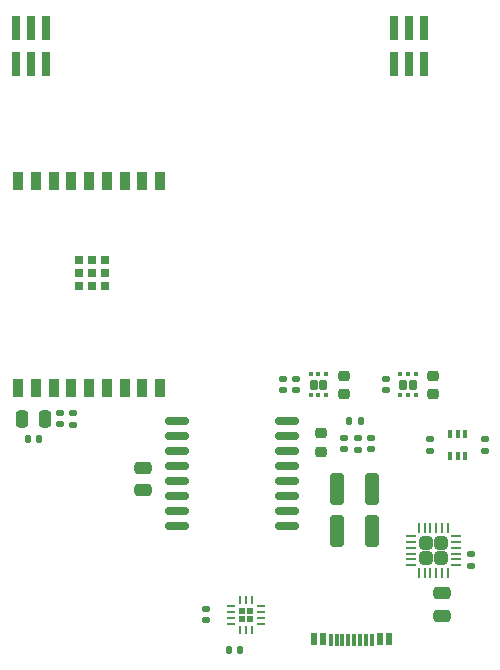
<source format=gbr>
%TF.GenerationSoftware,KiCad,Pcbnew,7.0.10*%
%TF.CreationDate,2024-03-09T07:06:28+08:00*%
%TF.ProjectId,ESP32Sensor-Sensor_board,45535033-3253-4656-9e73-6f722d53656e,rev?*%
%TF.SameCoordinates,Original*%
%TF.FileFunction,Paste,Top*%
%TF.FilePolarity,Positive*%
%FSLAX46Y46*%
G04 Gerber Fmt 4.6, Leading zero omitted, Abs format (unit mm)*
G04 Created by KiCad (PCBNEW 7.0.10) date 2024-03-09 07:06:28*
%MOMM*%
%LPD*%
G01*
G04 APERTURE LIST*
G04 Aperture macros list*
%AMRoundRect*
0 Rectangle with rounded corners*
0 $1 Rounding radius*
0 $2 $3 $4 $5 $6 $7 $8 $9 X,Y pos of 4 corners*
0 Add a 4 corners polygon primitive as box body*
4,1,4,$2,$3,$4,$5,$6,$7,$8,$9,$2,$3,0*
0 Add four circle primitives for the rounded corners*
1,1,$1+$1,$2,$3*
1,1,$1+$1,$4,$5*
1,1,$1+$1,$6,$7*
1,1,$1+$1,$8,$9*
0 Add four rect primitives between the rounded corners*
20,1,$1+$1,$2,$3,$4,$5,0*
20,1,$1+$1,$4,$5,$6,$7,0*
20,1,$1+$1,$6,$7,$8,$9,0*
20,1,$1+$1,$8,$9,$2,$3,0*%
G04 Aperture macros list end*
%ADD10R,0.300000X1.140000*%
%ADD11R,0.600000X1.080000*%
%ADD12RoundRect,0.147500X0.172500X-0.147500X0.172500X0.147500X-0.172500X0.147500X-0.172500X-0.147500X0*%
%ADD13RoundRect,0.250000X-0.250000X-0.475000X0.250000X-0.475000X0.250000X0.475000X-0.250000X0.475000X0*%
%ADD14RoundRect,0.250000X0.475000X-0.250000X0.475000X0.250000X-0.475000X0.250000X-0.475000X-0.250000X0*%
%ADD15RoundRect,0.135000X-0.185000X0.135000X-0.185000X-0.135000X0.185000X-0.135000X0.185000X0.135000X0*%
%ADD16R,0.400000X0.650000*%
%ADD17RoundRect,0.172500X-0.172500X0.262500X-0.172500X-0.262500X0.172500X-0.262500X0.172500X0.262500X0*%
%ADD18RoundRect,0.093750X-0.106250X0.093750X-0.106250X-0.093750X0.106250X-0.093750X0.106250X0.093750X0*%
%ADD19RoundRect,0.135000X0.185000X-0.135000X0.185000X0.135000X-0.185000X0.135000X-0.185000X-0.135000X0*%
%ADD20RoundRect,0.135000X-0.135000X-0.185000X0.135000X-0.185000X0.135000X0.185000X-0.135000X0.185000X0*%
%ADD21RoundRect,0.140000X0.170000X-0.140000X0.170000X0.140000X-0.170000X0.140000X-0.170000X-0.140000X0*%
%ADD22RoundRect,0.145000X0.145000X-0.145000X0.145000X0.145000X-0.145000X0.145000X-0.145000X-0.145000X0*%
%ADD23RoundRect,0.062500X0.062500X-0.275000X0.062500X0.275000X-0.062500X0.275000X-0.062500X-0.275000X0*%
%ADD24RoundRect,0.062500X0.275000X-0.062500X0.275000X0.062500X-0.275000X0.062500X-0.275000X-0.062500X0*%
%ADD25RoundRect,0.225000X-0.250000X0.225000X-0.250000X-0.225000X0.250000X-0.225000X0.250000X0.225000X0*%
%ADD26RoundRect,0.140000X-0.140000X-0.170000X0.140000X-0.170000X0.140000X0.170000X-0.140000X0.170000X0*%
%ADD27RoundRect,0.250000X0.315000X-0.315000X0.315000X0.315000X-0.315000X0.315000X-0.315000X-0.315000X0*%
%ADD28RoundRect,0.062500X0.062500X-0.350000X0.062500X0.350000X-0.062500X0.350000X-0.062500X-0.350000X0*%
%ADD29RoundRect,0.062500X0.350000X-0.062500X0.350000X0.062500X-0.350000X0.062500X-0.350000X-0.062500X0*%
%ADD30RoundRect,0.150000X-0.875000X-0.150000X0.875000X-0.150000X0.875000X0.150000X-0.875000X0.150000X0*%
%ADD31RoundRect,0.250000X-0.325000X-1.100000X0.325000X-1.100000X0.325000X1.100000X-0.325000X1.100000X0*%
%ADD32R,0.900000X1.500000*%
%ADD33R,0.700000X0.700000*%
%ADD34R,0.760000X2.030000*%
G04 APERTURE END LIST*
D10*
%TO.C,J3*%
X160350000Y-127590000D03*
X161350000Y-127590000D03*
X162850000Y-127590000D03*
X163850000Y-127590000D03*
D11*
X164500000Y-127560000D03*
X165300000Y-127560000D03*
D10*
X163350000Y-127590000D03*
X162350000Y-127590000D03*
X161850000Y-127590000D03*
X160850000Y-127590000D03*
D11*
X159700000Y-127560000D03*
X158900000Y-127560000D03*
%TD*%
D12*
%TO.C,FB1*%
X156300000Y-106485000D03*
X156300000Y-105515000D03*
%TD*%
D13*
%TO.C,C18*%
X134250000Y-108900000D03*
X136150000Y-108900000D03*
%TD*%
D14*
%TO.C,C1*%
X169800000Y-125550000D03*
X169800000Y-123650000D03*
%TD*%
D15*
%TO.C,R1*%
X172200000Y-120300000D03*
X172200000Y-121320000D03*
%TD*%
D16*
%TO.C,U10*%
X171750000Y-110150000D03*
X171100000Y-110150000D03*
X170450000Y-110150000D03*
X170450000Y-112050000D03*
X171100000Y-112050000D03*
X171750000Y-112050000D03*
%TD*%
D17*
%TO.C,U14*%
X159700000Y-106012500D03*
X158900000Y-106012500D03*
D18*
X159950000Y-105125000D03*
X159300000Y-105125000D03*
X158650000Y-105125000D03*
X158650000Y-106900000D03*
X159300000Y-106900000D03*
X159950000Y-106900000D03*
%TD*%
D19*
%TO.C,R18*%
X168800000Y-111610000D03*
X168800000Y-110590000D03*
%TD*%
D17*
%TO.C,U11*%
X167300000Y-106012500D03*
X166500000Y-106012500D03*
D18*
X167550000Y-105125000D03*
X166900000Y-105125000D03*
X166250000Y-105125000D03*
X166250000Y-106900000D03*
X166900000Y-106900000D03*
X167550000Y-106900000D03*
%TD*%
D20*
%TO.C,R22*%
X161890000Y-109100000D03*
X162910000Y-109100000D03*
%TD*%
D21*
%TO.C,C29*%
X157400000Y-106492500D03*
X157400000Y-105532500D03*
%TD*%
D22*
%TO.C,U8*%
X153560000Y-125140000D03*
X153560000Y-125860000D03*
X152840000Y-125860000D03*
X152840000Y-125140000D03*
D23*
X152700000Y-126762500D03*
X153200000Y-126762500D03*
X153700000Y-126762500D03*
D24*
X154462500Y-126250000D03*
X154462500Y-125750000D03*
X154462500Y-125250000D03*
X154462500Y-124750000D03*
D23*
X153700000Y-124237500D03*
X153200000Y-124237500D03*
X152700000Y-124237500D03*
D24*
X151937500Y-124750000D03*
X151937500Y-125250000D03*
X151937500Y-125750000D03*
X151937500Y-126250000D03*
%TD*%
D21*
%TO.C,C22*%
X137450000Y-109355000D03*
X137450000Y-108395000D03*
%TD*%
D25*
%TO.C,C25*%
X169050000Y-105237500D03*
X169050000Y-106787500D03*
%TD*%
D12*
%TO.C,FB2*%
X163800000Y-111485000D03*
X163800000Y-110515000D03*
%TD*%
D26*
%TO.C,C20*%
X151720000Y-128500000D03*
X152680000Y-128500000D03*
%TD*%
D19*
%TO.C,R19*%
X173400000Y-111610000D03*
X173400000Y-110590000D03*
%TD*%
D27*
%TO.C,U15*%
X168400000Y-120700000D03*
X169700000Y-120700000D03*
X168400000Y-119400000D03*
X169700000Y-119400000D03*
D28*
X167800000Y-121987500D03*
X168300000Y-121987500D03*
X168800000Y-121987500D03*
X169300000Y-121987500D03*
X169800000Y-121987500D03*
X170300000Y-121987500D03*
D29*
X170987500Y-121300000D03*
X170987500Y-120800000D03*
X170987500Y-120300000D03*
X170987500Y-119800000D03*
X170987500Y-119300000D03*
X170987500Y-118800000D03*
D28*
X170300000Y-118112500D03*
X169800000Y-118112500D03*
X169300000Y-118112500D03*
X168800000Y-118112500D03*
X168300000Y-118112500D03*
X167800000Y-118112500D03*
D29*
X167112500Y-118800000D03*
X167112500Y-119300000D03*
X167112500Y-119800000D03*
X167112500Y-120300000D03*
X167112500Y-120800000D03*
X167112500Y-121300000D03*
%TD*%
D21*
%TO.C,C27*%
X161500000Y-111480000D03*
X161500000Y-110520000D03*
%TD*%
D19*
%TO.C,R16*%
X138525000Y-109385000D03*
X138525000Y-108365000D03*
%TD*%
D25*
%TO.C,C23*%
X159500000Y-110125000D03*
X159500000Y-111675000D03*
%TD*%
D14*
%TO.C,C26*%
X144500000Y-114950000D03*
X144500000Y-113050000D03*
%TD*%
D21*
%TO.C,C24*%
X165000000Y-106492500D03*
X165000000Y-105532500D03*
%TD*%
D30*
%TO.C,U13*%
X147350000Y-109055000D03*
X147350000Y-110325000D03*
X147350000Y-111595000D03*
X147350000Y-112865000D03*
X147350000Y-114135000D03*
X147350000Y-115405000D03*
X147350000Y-116675000D03*
X147350000Y-117945000D03*
X156650000Y-117945000D03*
X156650000Y-116675000D03*
X156650000Y-115405000D03*
X156650000Y-114135000D03*
X156650000Y-112865000D03*
X156650000Y-111595000D03*
X156650000Y-110325000D03*
X156650000Y-109055000D03*
%TD*%
D31*
%TO.C,C28*%
X160925000Y-114800000D03*
X163875000Y-114800000D03*
%TD*%
D21*
%TO.C,C19*%
X149825000Y-125955000D03*
X149825000Y-124995000D03*
%TD*%
D26*
%TO.C,C17*%
X134720000Y-110600000D03*
X135680000Y-110600000D03*
%TD*%
D31*
%TO.C,C31*%
X160925000Y-118400000D03*
X163875000Y-118400000D03*
%TD*%
D19*
%TO.C,R23*%
X162700000Y-111510000D03*
X162700000Y-110490000D03*
%TD*%
D32*
%TO.C,U9*%
X133905100Y-106250000D03*
X135405100Y-106250000D03*
X136905100Y-106250000D03*
X138405100Y-106250000D03*
X139905100Y-106250000D03*
X141405100Y-106250000D03*
X142905100Y-106250000D03*
X144405100Y-106250000D03*
X145905100Y-106250000D03*
X145905100Y-88750000D03*
X144405100Y-88750000D03*
X142905100Y-88750000D03*
X141405100Y-88750000D03*
X139905100Y-88750000D03*
X138405100Y-88750000D03*
X136905100Y-88750000D03*
X135405100Y-88750000D03*
X133905100Y-88750000D03*
D33*
X139005100Y-97640000D03*
X139005100Y-96540000D03*
X139005100Y-95440000D03*
X140105100Y-97640000D03*
X140105100Y-96540000D03*
X140105100Y-95440000D03*
X141205100Y-97640000D03*
X141205100Y-96540000D03*
X141205100Y-95440000D03*
%TD*%
D25*
%TO.C,C30*%
X161450000Y-105237500D03*
X161450000Y-106787500D03*
%TD*%
D34*
%TO.C,J4*%
X168282500Y-75782500D03*
X168282500Y-78832500D03*
X167012500Y-75782500D03*
X167012500Y-78832500D03*
X165742500Y-75782500D03*
X165742500Y-78832500D03*
%TD*%
%TO.C,J2*%
X136282500Y-75782500D03*
X136282500Y-78832500D03*
X135012500Y-75782500D03*
X135012500Y-78832500D03*
X133742500Y-75782500D03*
X133742500Y-78832500D03*
%TD*%
M02*

</source>
